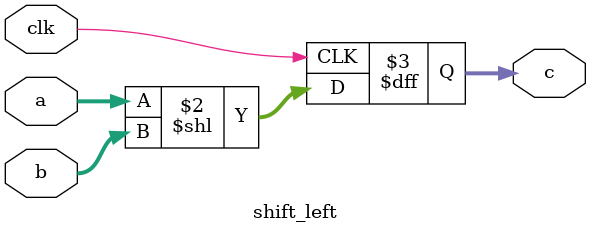
<source format=v>
/*
 CS 274
 Ursinus College

 @author: Mia Sideris
 @purpose: Demonstrate the implementation of a 20-bit shift-left
 */

module shift_left (

    input clk,              // Each shift occurs synchronous to clock cycle
    input [19:0] a,         // Input bits to apply shift to
    input [3:0] b,          // Number of shifts, set to 4
    output reg [19:0] c     // Bits after left-shift
);

always @(posedge clk) begin
    c <= a << b;
end

endmodule

</source>
